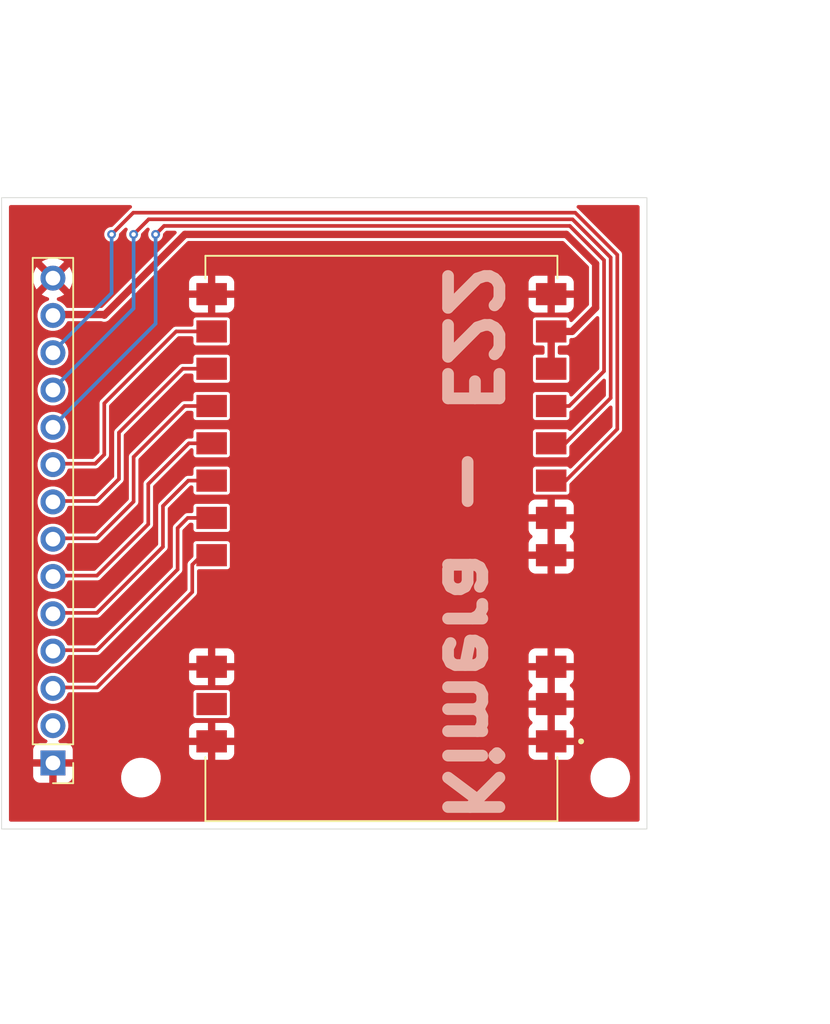
<source format=kicad_pcb>
(kicad_pcb (version 20241229) (generator "pcbnew") (generator_version "9.0")
  (layers (0 "F.Cu" signal) (2 "B.Cu" signal) (13 "F.Paste" user) (15 "B.Paste" user) (5 "F.SilkS" user "F.Silkscreen") (7 "B.SilkS" user "B.Silkscreen") (1 "F.Mask" user) (3 "B.Mask" user) (25 "Edge.Cuts" user))
  (net 0 "")
  (net 1 "Net-(J1-Pin_10)")
  (net 2 "Net-(J1-Pin_3)")
  (net 3 "Net-(J1-Pin_1)")
  (net 4 "Net-(J1-Pin_7)")
  (net 5 "Net-(J1-Pin_5)")
  (net 6 "Net-(J1-Pin_6)")
  (net 7 "Net-(J1-Pin_12)")
  (net 8 "Net-(J1-Pin_8)")
  (net 9 "Net-(J1-Pin_9)")
  (net 10 "Net-(J1-Pin_4)")
  (net 11 "Net-(J1-Pin_11)")
  (net 13 "Net-(J1-Pin_13)")
  (footprint "MountingHole:MountingHole_2.2mm_M2" (layer "F.Cu") (at 112 97.5)
    (property "Reference" "REF**" (hide yes))
    (property "Value" "MountingHole_2.2mm_M2" (hide yes))
    (pad "" np_thru_hole circle (at 0 0) (size 2.2 2.2) (drill 2.2) (layers "*.Cu" "*.Mask"))
  )
  (footprint "Connector_PinHeader_2.54mm:PinHeader_1x14_P2.54mm_Vertical" (layer "F.Cu") (at 106 96.5 180)
    (property "Reference" "J1" (hide yes))
    (property "Value" "Conn_01x14_Pin" (hide yes))
    (fp_line (start 1.38 1.27) (end 1.38 34.4) (stroke (width 0.12)) (layer "F.SilkS"))
    (fp_line (start -1.38 34.4) (end 1.38 34.4) (stroke (width 0.12)) (layer "F.SilkS"))
    (fp_line (start -1.38 1.27) (end 1.38 1.27) (stroke (width 0.12)) (layer "F.SilkS"))
    (fp_line (start -1.38 1.27) (end -1.38 34.4) (stroke (width 0.12)) (layer "F.SilkS"))
    (fp_line (start -1.38 0) (end -1.38 -1.38) (stroke (width 0.12)) (layer "F.SilkS"))
    (fp_line (start -1.38 -1.38) (end 0 -1.38) (stroke (width 0.12)) (layer "F.SilkS"))
    (pad "1" thru_hole rect (at 0 0 180) (size 1.7 1.7) (drill 1) (layers "*.Cu" "*.Mask") (net 3 "Net-(J1-Pin_1)"))
    (pad "2" thru_hole circle (at 0 2.54 180) (size 1.7 1.7) (drill 1) (layers "*.Cu" "*.Mask"))
    (pad "3" thru_hole circle (at 0 5.08 180) (size 1.7 1.7) (drill 1) (layers "*.Cu" "*.Mask") (net 2 "Net-(J1-Pin_3)"))
    (pad "4" thru_hole circle (at 0 7.62 180) (size 1.7 1.7) (drill 1) (layers "*.Cu" "*.Mask") (net 10 "Net-(J1-Pin_4)"))
    (pad "5" thru_hole circle (at 0 10.16 180) (size 1.7 1.7) (drill 1) (layers "*.Cu" "*.Mask") (net 5 "Net-(J1-Pin_5)"))
    (pad "6" thru_hole circle (at 0 12.7 180) (size 1.7 1.7) (drill 1) (layers "*.Cu" "*.Mask") (net 6 "Net-(J1-Pin_6)"))
    (pad "7" thru_hole circle (at 0 15.24 180) (size 1.7 1.7) (drill 1) (layers "*.Cu" "*.Mask") (net 4 "Net-(J1-Pin_7)"))
    (pad "8" thru_hole circle (at 0 17.78 180) (size 1.7 1.7) (drill 1) (layers "*.Cu" "*.Mask") (net 8 "Net-(J1-Pin_8)"))
    (pad "9" thru_hole circle (at 0 20.32 180) (size 1.7 1.7) (drill 1) (layers "*.Cu" "*.Mask") (net 9 "Net-(J1-Pin_9)"))
    (pad "10" thru_hole circle (at 0 22.86 180) (size 1.7 1.7) (drill 1) (layers "*.Cu" "*.Mask") (net 1 "Net-(J1-Pin_10)"))
    (pad "11" thru_hole circle (at 0 25.4 180) (size 1.7 1.7) (drill 1) (layers "*.Cu" "*.Mask") (net 11 "Net-(J1-Pin_11)"))
    (pad "12" thru_hole circle (at 0 27.94 180) (size 1.7 1.7) (drill 1) (layers "*.Cu" "*.Mask") (net 7 "Net-(J1-Pin_12)"))
    (pad "13" thru_hole circle (at 0 30.48 180) (size 1.7 1.7) (drill 1) (layers "*.Cu" "*.Mask") (net 13 "Net-(J1-Pin_13)"))
    (pad "14" thru_hole circle (at 0 33.02 180) (size 1.7 1.7) (drill 1) (layers "*.Cu" "*.Mask") (net 3 "Net-(J1-Pin_1)"))
  )
  (footprint "MountingHole:MountingHole_2.2mm_M2" (layer "F.Cu") (at 144 97.5)
    (property "Reference" "REF**" (hide yes))
    (property "Value" "MountingHole_2.2mm_M2" (hide yes))
    (pad "" np_thru_hole circle (at 0 0) (size 2.2 2.2) (drill 2.2) (layers "*.Cu" "*.Mask"))
  )
  (footprint "E22:XCVR_E22-900M30S" (layer "F.Cu") (at 128.395 81.21)
    (property "Reference" "U1" (hide yes))
    (property "Value" "E22-900M30S" (hide yes))
    (fp_line (start -12 -19.25) (end 12 -19.25) (stroke (width 0.127)) (layer "F.SilkS"))
    (fp_line (start -12 -17.715) (end -12 -19.25) (stroke (width 0.127)) (layer "F.SilkS"))
    (fp_line (start -12 19.25) (end -12 14.895) (stroke (width 0.127)) (layer "F.SilkS"))
    (fp_line (start 12 -19.25) (end 12 -17.715) (stroke (width 0.127)) (layer "F.SilkS"))
    (fp_line (start 12 19.25) (end -12 19.25) (stroke (width 0.127)) (layer "F.SilkS"))
    (fp_line (start 12 19.25) (end 12 14.895) (stroke (width 0.127)) (layer "F.SilkS"))
    (fp_circle (center 13.615 13.82) (end 13.715 13.82) (stroke (width 0.2)) (fill no) (layer "F.SilkS"))
    (pad "1" smd rect (at 11.575 13.82) (size 2.08 1.51) (layers "F.Cu" "F.Mask" "F.Paste") (net 3 "Net-(J1-Pin_1)"))
    (pad "2" smd rect (at 11.575 11.28) (size 2.08 1.51) (layers "F.Cu" "F.Mask" "F.Paste") (net 3 "Net-(J1-Pin_1)"))
    (pad "3" smd rect (at 11.575 8.74) (size 2.08 1.51) (layers "F.Cu" "F.Mask" "F.Paste") (net 3 "Net-(J1-Pin_1)"))
    (pad "4" smd rect (at 11.575 1.14) (size 2.08 1.51) (layers "F.Cu" "F.Mask" "F.Paste") (net 3 "Net-(J1-Pin_1)"))
    (pad "5" smd rect (at 11.575 -1.4) (size 2.08 1.51) (layers "F.Cu" "F.Mask" "F.Paste") (net 3 "Net-(J1-Pin_1)"))
    (pad "6" smd rect (at 11.575 -3.94) (size 2.08 1.51) (layers "F.Cu" "F.Mask" "F.Paste") (net 7 "Net-(J1-Pin_12)"))
    (pad "7" smd rect (at 11.575 -6.48) (size 2.08 1.51) (layers "F.Cu" "F.Mask" "F.Paste") (net 11 "Net-(J1-Pin_11)"))
    (pad "8" smd rect (at 11.575 -9.02) (size 2.08 1.51) (layers "F.Cu" "F.Mask" "F.Paste") (net 1 "Net-(J1-Pin_10)"))
    (pad "9" smd rect (at 11.575 -11.56) (size 2.08 1.51) (layers "F.Cu" "F.Mask" "F.Paste") (net 13 "Net-(J1-Pin_13)"))
    (pad "10" smd rect (at 11.575 -14.1) (size 2.08 1.51) (layers "F.Cu" "F.Mask" "F.Paste") (net 13 "Net-(J1-Pin_13)"))
    (pad "11" smd rect (at 11.575 -16.64) (size 2.08 1.51) (layers "F.Cu" "F.Mask" "F.Paste") (net 3 "Net-(J1-Pin_1)"))
    (pad "12" smd rect (at -11.575 -16.64) (size 2.08 1.51) (layers "F.Cu" "F.Mask" "F.Paste") (net 3 "Net-(J1-Pin_1)"))
    (pad "13" smd rect (at -11.575 -14.1) (size 2.08 1.51) (layers "F.Cu" "F.Mask" "F.Paste") (net 9 "Net-(J1-Pin_9)"))
    (pad "14" smd rect (at -11.575 -11.56) (size 2.08 1.51) (layers "F.Cu" "F.Mask" "F.Paste") (net 8 "Net-(J1-Pin_8)"))
    (pad "15" smd rect (at -11.575 -9.02) (size 2.08 1.51) (layers "F.Cu" "F.Mask" "F.Paste") (net 4 "Net-(J1-Pin_7)"))
    (pad "16" smd rect (at -11.575 -6.48) (size 2.08 1.51) (layers "F.Cu" "F.Mask" "F.Paste") (net 6 "Net-(J1-Pin_6)"))
    (pad "17" smd rect (at -11.575 -3.94) (size 2.08 1.51) (layers "F.Cu" "F.Mask" "F.Paste") (net 5 "Net-(J1-Pin_5)"))
    (pad "18" smd rect (at -11.575 -1.4) (size 2.08 1.51) (layers "F.Cu" "F.Mask" "F.Paste") (net 10 "Net-(J1-Pin_4)"))
    (pad "19" smd rect (at -11.575 1.14) (size 2.08 1.51) (layers "F.Cu" "F.Mask" "F.Paste") (net 2 "Net-(J1-Pin_3)"))
    (pad "20" smd rect (at -11.575 8.74) (size 2.08 1.51) (layers "F.Cu" "F.Mask" "F.Paste") (net 3 "Net-(J1-Pin_1)"))
    (pad "21" smd rect (at -11.575 11.28) (size 2.08 1.51) (layers "F.Cu" "F.Mask" "F.Paste"))
    (pad "22" smd rect (at -11.575 13.82) (size 2.08 1.51) (layers "F.Cu" "F.Mask" "F.Paste") (net 3 "Net-(J1-Pin_1)"))
  )
  (gr_rect (start 102.5 58) (end 146.5 101) (stroke (width 0.05)) (fill no) (layer "Edge.Cuts"))
  (gr_text "Kimera - E22" (at 132.47 100.86 270) (layer "B.SilkS") (effects (font (size 3.5 3.5) (thickness 0.8) (bold yes)) (justify left bottom mirror)))
  (segment (start 141.238587 59.924) (end 113.576 59.924) (width 0.25) (layer "F.Cu") (net 1))
  (segment (start 141.2 72.19) (end 143.576 69.814) (width 0.25) (layer "F.Cu") (net 1))
  (segment (start 113.576 59.924) (end 113 60.5) (width 0.25) (layer "F.Cu") (net 1))
  (segment (start 143.576 62.261412) (end 141.238587 59.924) (width 0.25) (layer "F.Cu") (net 1))
  (segment (start 139.97 72.19) (end 141.2 72.19) (width 0.25) (layer "F.Cu") (net 1))
  (segment (start 143.576 69.814) (end 143.576 62.261412) (width 0.25) (layer "F.Cu") (net 1))
  (via (at 113 60.5) (size 0.6) (drill 0.3) (layers "F.Cu" "B.Cu") (net 1))
  (segment (start 113 60.5) (end 113 66.58) (width 0.25) (layer "B.Cu") (net 1))
  (segment (start 113 66.58) (end 106 73.58) (width 0.25) (layer "B.Cu") (net 1))
  (segment (start 115.5 84.86) (end 115.5 83) (width 0.25) (layer "F.Cu") (net 2))
  (segment (start 115.5 83) (end 116.15 82.35) (width 0.25) (layer "F.Cu") (net 2))
  (segment (start 116.15 82.35) (end 116.82 82.35) (width 0.25) (layer "F.Cu") (net 2))
  (segment (start 106 91.36) (end 109 91.36) (width 0.25) (layer "F.Cu") (net 2))
  (segment (start 109 91.36) (end 115.5 84.86) (width 0.25) (layer "F.Cu") (net 2))
  (segment (start 111.5 75.66) (end 114.97 72.19) (width 0.25) (layer "F.Cu") (net 4))
  (segment (start 106 81.2) (end 109 81.2) (width 0.25) (layer "F.Cu") (net 4))
  (segment (start 111.5 78.7) (end 111.5 75.66) (width 0.25) (layer "F.Cu") (net 4))
  (segment (start 109 81.2) (end 111.5 78.7) (width 0.25) (layer "F.Cu") (net 4))
  (segment (start 114.97 72.19) (end 116.82 72.19) (width 0.25) (layer "F.Cu") (net 4))
  (segment (start 106 86.28) (end 109 86.28) (width 0.25) (layer "F.Cu") (net 5))
  (segment (start 113.5 81.78) (end 113.5 79) (width 0.25) (layer "F.Cu") (net 5))
  (segment (start 109 86.28) (end 113.5 81.78) (width 0.25) (layer "F.Cu") (net 5))
  (segment (start 113.5 79) (end 115.23 77.27) (width 0.25) (layer "F.Cu") (net 5))
  (segment (start 115.23 77.27) (end 116.82 77.27) (width 0.25) (layer "F.Cu") (net 5))
  (segment (start 109 83.74) (end 112.5 80.24) (width 0.25) (layer "F.Cu") (net 6))
  (segment (start 115.27 74.73) (end 116.82 74.73) (width 0.25) (layer "F.Cu") (net 6))
  (segment (start 112.5 80.24) (end 112.5 77.5) (width 0.25) (layer "F.Cu") (net 6))
  (segment (start 106 83.74) (end 109 83.74) (width 0.25) (layer "F.Cu") (net 6))
  (segment (start 112.5 77.5) (end 115.27 74.73) (width 0.25) (layer "F.Cu") (net 6))
  (segment (start 141.612207 59.022) (end 111.478 59.022) (width 0.25) (layer "F.Cu") (net 7))
  (segment (start 140.97 77.27) (end 144.478 73.762) (width 0.25) (layer "F.Cu") (net 7))
  (segment (start 144.478 61.887793) (end 141.612207 59.022) (width 0.25) (layer "F.Cu") (net 7))
  (segment (start 111.478 59.022) (end 110 60.5) (width 0.25) (layer "F.Cu") (net 7))
  (segment (start 144.478 73.762) (end 144.478 61.887793) (width 0.25) (layer "F.Cu") (net 7))
  (segment (start 139.97 77.27) (end 140.97 77.27) (width 0.25) (layer "F.Cu") (net 7))
  (via (at 110 60.5) (size 0.6) (drill 0.3) (layers "F.Cu" "B.Cu") (net 7))
  (segment (start 110 64.5) (end 106 68.5) (width 0.25) (layer "B.Cu") (net 7))
  (segment (start 110 60.5) (end 110 64.5) (width 0.25) (layer "B.Cu") (net 7))
  (segment (start 110.5 74) (end 114.85 69.65) (width 0.25) (layer "F.Cu") (net 8))
  (segment (start 110.5 77.16) (end 110.5 74) (width 0.25) (layer "F.Cu") (net 8))
  (segment (start 114.85 69.65) (end 116.82 69.65) (width 0.25) (layer "F.Cu") (net 8))
  (segment (start 106 78.66) (end 109 78.66) (width 0.25) (layer "F.Cu") (net 8))
  (segment (start 109 78.66) (end 110.5 77.16) (width 0.25) (layer "F.Cu") (net 8))
  (segment (start 108.88 76.12) (end 109.5 75.5) (width 0.25) (layer "F.Cu") (net 9))
  (segment (start 106 76.12) (end 108.88 76.12) (width 0.25) (layer "F.Cu") (net 9))
  (segment (start 109.5 72.01) (end 114.4 67.11) (width 0.25) (layer "F.Cu") (net 9))
  (segment (start 114.4 67.11) (end 116.82 67.11) (width 0.25) (layer "F.Cu") (net 9))
  (segment (start 109.5 75.5) (end 109.5 72.01) (width 0.25) (layer "F.Cu") (net 9))
  (segment (start 115.19 79.81) (end 116.82 79.81) (width 0.25) (layer "F.Cu") (net 10))
  (segment (start 106 88.82) (end 109 88.82) (width 0.25) (layer "F.Cu") (net 10))
  (segment (start 114.5 83.32) (end 114.5 80.5) (width 0.25) (layer "F.Cu") (net 10))
  (segment (start 109 88.82) (end 114.5 83.32) (width 0.25) (layer "F.Cu") (net 10))
  (segment (start 114.5 80.5) (end 115.19 79.81) (width 0.25) (layer "F.Cu") (net 10))
  (segment (start 144.027 71.643) (end 140.94 74.73) (width 0.25) (layer "F.Cu") (net 11))
  (segment (start 144.027 62.074603) (end 144.027 71.643) (width 0.25) (layer "F.Cu") (net 11))
  (segment (start 139.97 74.73) (end 140.77 74.73) (width 0.25) (layer "F.Cu") (net 11))
  (segment (start 140.94 74.73) (end 139.97 74.73) (width 0.25) (layer "F.Cu") (net 11))
  (segment (start 111.5 60.5) (end 112.527 59.473) (width 0.25) (layer "F.Cu") (net 11))
  (segment (start 112.527 59.473) (end 141.425397 59.473) (width 0.25) (layer "F.Cu") (net 11))
  (segment (start 141.425397 59.473) (end 144.027 62.074603) (width 0.25) (layer "F.Cu") (net 11))
  (via (at 111.5 60.5) (size 0.6) (drill 0.3) (layers "F.Cu" "B.Cu") (net 11))
  (segment (start 111.5 65.54) (end 106 71.04) (width 0.25) (layer "B.Cu") (net 11))
  (segment (start 111.5 60.5) (end 111.5 65.54) (width 0.25) (layer "B.Cu") (net 11))
  (segment (start 139.97 67.11) (end 141.39 67.11) (width 0.5) (layer "F.Cu") (net 13))
  (segment (start 139.97 67.11) (end 139.97 69.65) (width 0.5) (layer "F.Cu") (net 13))
  (segment (start 143 65.5) (end 143 62.5) (width 0.5) (layer "F.Cu") (net 13))
  (segment (start 115 60.5) (end 109.5 66) (width 0.5) (layer "F.Cu") (net 13))
  (segment (start 109.5 66) (end 109.46 65.96) (width 0.5) (layer "F.Cu") (net 13))
  (segment (start 109.46 65.96) (end 106 65.96) (width 0.5) (layer "F.Cu") (net 13))
  (segment (start 141.39 67.11) (end 143 65.5) (width 0.5) (layer "F.Cu") (net 13))
  (segment (start 143 62.5) (end 141 60.5) (width 0.5) (layer "F.Cu") (net 13))
  (segment (start 141 60.5) (end 115 60.5) (width 0.5) (layer "F.Cu") (net 13))
  (zone (net 3) (net_name "Net-(J1-Pin_1)") (layer "F.Cu") (name "GND") (connect_pads (clearance 0)) (min_thickness 0.25) (fill yes (thermal_gap 0.5) (thermal_bridge_width 0.5))
    (polygon (pts (xy 102.51 58.02) (xy 146.48 58.01) (xy 146.5 101) (xy 102.5 101)))
  )
)
</source>
